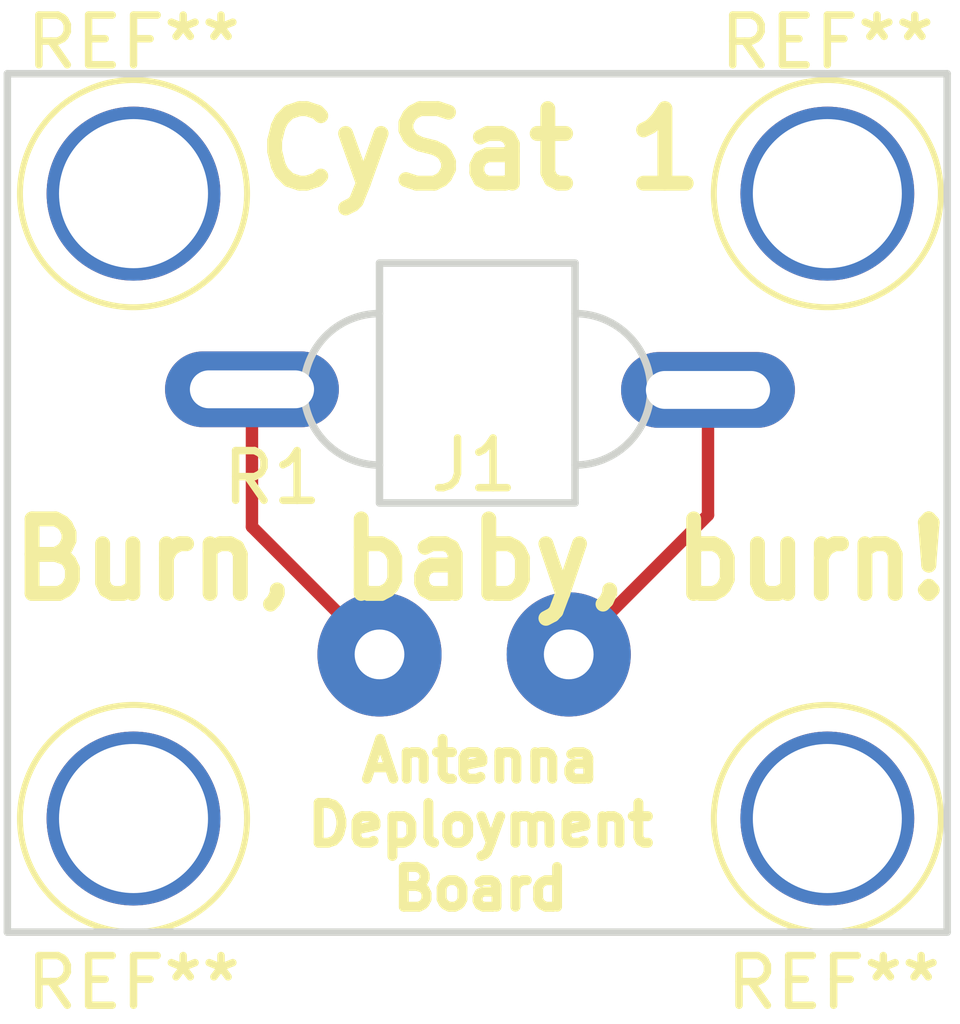
<source format=kicad_pcb>
(kicad_pcb (version 20171130) (host pcbnew 5.0.0)

  (general
    (thickness 1.6)
    (drawings 13)
    (tracks 4)
    (zones 0)
    (modules 6)
    (nets 3)
  )

  (page A4)
  (layers
    (0 F.Cu signal)
    (31 B.Cu signal)
    (32 B.Adhes user)
    (33 F.Adhes user)
    (34 B.Paste user)
    (35 F.Paste user)
    (36 B.SilkS user)
    (37 F.SilkS user)
    (38 B.Mask user)
    (39 F.Mask user)
    (40 Dwgs.User user)
    (41 Cmts.User user)
    (42 Eco1.User user)
    (43 Eco2.User user)
    (44 Edge.Cuts user)
    (45 Margin user)
    (46 B.CrtYd user)
    (47 F.CrtYd user)
    (48 B.Fab user)
    (49 F.Fab user)
  )

  (setup
    (last_trace_width 0.25)
    (trace_clearance 0.2)
    (zone_clearance 0.508)
    (zone_45_only no)
    (trace_min 0.2)
    (segment_width 0.2)
    (edge_width 0.15)
    (via_size 0.8)
    (via_drill 0.4)
    (via_min_size 0.4)
    (via_min_drill 0.3)
    (uvia_size 0.3)
    (uvia_drill 0.1)
    (uvias_allowed no)
    (uvia_min_size 0.2)
    (uvia_min_drill 0.1)
    (pcb_text_width 0.3)
    (pcb_text_size 1.5 1.5)
    (mod_edge_width 0.15)
    (mod_text_size 1 1)
    (mod_text_width 0.15)
    (pad_size 2.49936 2.49936)
    (pad_drill 1.00076)
    (pad_to_mask_clearance 0.2)
    (aux_axis_origin 0 0)
    (visible_elements FFFFFF7F)
    (pcbplotparams
      (layerselection 0x010fc_ffffffff)
      (usegerberextensions false)
      (usegerberattributes false)
      (usegerberadvancedattributes false)
      (creategerberjobfile false)
      (excludeedgelayer true)
      (linewidth 0.100000)
      (plotframeref false)
      (viasonmask false)
      (mode 1)
      (useauxorigin false)
      (hpglpennumber 1)
      (hpglpenspeed 20)
      (hpglpendiameter 15.000000)
      (psnegative false)
      (psa4output false)
      (plotreference true)
      (plotvalue true)
      (plotinvisibletext false)
      (padsonsilk false)
      (subtractmaskfromsilk false)
      (outputformat 1)
      (mirror false)
      (drillshape 0)
      (scaleselection 1)
      (outputdirectory "Gerber/"))
  )

  (net 0 "")
  (net 1 "Net-(J1-Pad1)")
  (net 2 "Net-(J1-Pad2)")

  (net_class Default "This is the default net class."
    (clearance 0.2)
    (trace_width 0.25)
    (via_dia 0.8)
    (via_drill 0.4)
    (uvia_dia 0.3)
    (uvia_drill 0.1)
    (add_net "Net-(J1-Pad1)")
    (add_net "Net-(J1-Pad2)")
  )

  (module Connectors:1pin (layer F.Cu) (tedit 5B9994E1) (tstamp 5BB69AC2)
    (at 118.237 103.886)
    (descr "module 1 pin (ou trou mecanique de percage)")
    (tags DEV)
    (fp_text reference REF** (at 0 3.302) (layer F.SilkS)
      (effects (font (size 1 1) (thickness 0.15)))
    )
    (fp_text value 1pin (at 0 3) (layer F.Fab)
      (effects (font (size 1 1) (thickness 0.15)))
    )
    (fp_circle (center 0 0) (end 0 -2.286) (layer F.SilkS) (width 0.12))
    (fp_circle (center 0 0) (end 2.6 0) (layer F.CrtYd) (width 0.05))
    (fp_circle (center 0 0) (end 2 0.8) (layer F.Fab) (width 0.1))
    (pad 1 thru_hole circle (at 0 0) (size 3.5 3.5) (drill 3) (layers *.Cu *.Mask))
  )

  (module Connectors:1pin (layer F.Cu) (tedit 5B9994E1) (tstamp 5BB69AB3)
    (at 132.207 103.886)
    (descr "module 1 pin (ou trou mecanique de percage)")
    (tags DEV)
    (fp_text reference REF** (at 0.127 3.302) (layer F.SilkS)
      (effects (font (size 1 1) (thickness 0.15)))
    )
    (fp_text value 1pin (at 0 3) (layer F.Fab)
      (effects (font (size 1 1) (thickness 0.15)))
    )
    (fp_circle (center 0 0) (end 2 0.8) (layer F.Fab) (width 0.1))
    (fp_circle (center 0 0) (end 2.6 0) (layer F.CrtYd) (width 0.05))
    (fp_circle (center 0 0) (end 0 -2.286) (layer F.SilkS) (width 0.12))
    (pad 1 thru_hole circle (at 0 0) (size 3.5 3.5) (drill 3) (layers *.Cu *.Mask))
  )

  (module Connectors:1pin (layer F.Cu) (tedit 5B9994E1) (tstamp 5BB69AA4)
    (at 118.237 91.313)
    (descr "module 1 pin (ou trou mecanique de percage)")
    (tags DEV)
    (fp_text reference REF** (at 0 -3.048) (layer F.SilkS)
      (effects (font (size 1 1) (thickness 0.15)))
    )
    (fp_text value 1pin (at 0 3) (layer F.Fab)
      (effects (font (size 1 1) (thickness 0.15)))
    )
    (fp_circle (center 0 0) (end 2 0.8) (layer F.Fab) (width 0.1))
    (fp_circle (center 0 0) (end 2.6 0) (layer F.CrtYd) (width 0.05))
    (fp_circle (center 0 0) (end 0 -2.286) (layer F.SilkS) (width 0.12))
    (pad 1 thru_hole circle (at 0 0) (size 3.5 3.5) (drill 3) (layers *.Cu *.Mask))
  )

  (module Wire_Pads:SolderWirePad_2x_1mmDrill (layer F.Cu) (tedit 5B9998EE) (tstamp 5BAD39FC)
    (at 125.095 100.584)
    (path /5B997A15)
    (fp_text reference J1 (at 0 -3.81) (layer F.SilkS)
      (effects (font (size 1 1) (thickness 0.15)))
    )
    (fp_text value Conn_01x02 (at 0.635 3.81) (layer F.Fab)
      (effects (font (size 1 1) (thickness 0.15)))
    )
    (pad 1 thru_hole circle (at -1.905 0) (size 2.49936 2.49936) (drill 1.00076) (layers *.Cu *.Mask)
      (net 1 "Net-(J1-Pad1)"))
    (pad 1 thru_hole circle (at 1.905 0) (size 2.49936 2.49936) (drill 1.00076) (layers *.Cu *.Mask)
      (net 2 "Net-(J1-Pad2)"))
  )

  (module AntennaDeploymentBracket:AntennaDeploymentBracket (layer F.Cu) (tedit 5B9998E9) (tstamp 5BAD3A02)
    (at 125.3845 95.2246)
    (path /5B9978D9)
    (fp_text reference R1 (at -4.3535 1.8034) (layer F.SilkS)
      (effects (font (size 1 1) (thickness 0.15)))
    )
    (fp_text value 10Ohm (at 0.1651 -1.778) (layer F.Fab)
      (effects (font (size 1 1) (thickness 0.15)))
    )
    (pad 1 thru_hole oval (at -4.7625 0.0254) (size 3.5 1.524) (drill oval 2.5 0.762) (layers *.Cu *.Mask)
      (net 1 "Net-(J1-Pad1)"))
    (pad 2 thru_hole oval (at 4.4196 0.0381) (size 3.5 1.524) (drill oval 2.5 0.762) (layers *.Cu *.Mask)
      (net 2 "Net-(J1-Pad2)"))
  )

  (module Connectors:1pin (layer F.Cu) (tedit 5B9994E1) (tstamp 5BB69A66)
    (at 132.207 91.313)
    (descr "module 1 pin (ou trou mecanique de percage)")
    (tags DEV)
    (fp_text reference REF** (at 0 -3.048) (layer F.SilkS)
      (effects (font (size 1 1) (thickness 0.15)))
    )
    (fp_text value 1pin (at 0 3) (layer F.Fab)
      (effects (font (size 1 1) (thickness 0.15)))
    )
    (fp_circle (center 0 0) (end 0 -2.286) (layer F.SilkS) (width 0.12))
    (fp_circle (center 0 0) (end 2.6 0) (layer F.CrtYd) (width 0.05))
    (fp_circle (center 0 0) (end 2 0.8) (layer F.Fab) (width 0.1))
    (pad 1 thru_hole circle (at 0 0) (size 3.5 3.5) (drill 3) (layers *.Cu *.Mask))
  )

  (gr_text "Antenna\nDeployment\nBoard" (at 125.222 104.013) (layer F.SilkS)
    (effects (font (size 0.8 0.8) (thickness 0.2)))
  )
  (gr_text "CySat 1\n" (at 125.222 90.424) (layer F.SilkS)
    (effects (font (size 1.5 1.5) (thickness 0.3)))
  )
  (gr_text "Burn, baby, burn!" (at 125.222 98.679) (layer F.SilkS)
    (effects (font (size 1.5 1.42) (thickness 0.3)))
  )
  (gr_line (start 134.62 88.9) (end 115.697 88.9) (layer Edge.Cuts) (width 0.15))
  (gr_line (start 134.62 106.172) (end 134.62 88.9) (layer Edge.Cuts) (width 0.15))
  (gr_line (start 115.697 106.172) (end 134.62 106.172) (layer Edge.Cuts) (width 0.15))
  (gr_line (start 115.697 88.9) (end 115.697 106.172) (layer Edge.Cuts) (width 0.15))
  (gr_arc (start 123.19 95.25) (end 123.19 93.726) (angle -180) (layer Edge.Cuts) (width 0.15))
  (gr_arc (start 127.127 95.25) (end 127.127 96.774) (angle -180) (layer Edge.Cuts) (width 0.15))
  (gr_line (start 123.19 97.536) (end 123.19 92.71) (layer Edge.Cuts) (width 0.15))
  (gr_line (start 127.127 97.536) (end 123.19 97.536) (layer Edge.Cuts) (width 0.15))
  (gr_line (start 127.127 92.71) (end 127.127 97.536) (layer Edge.Cuts) (width 0.15))
  (gr_line (start 123.19 92.71) (end 127.127 92.71) (layer Edge.Cuts) (width 0.15))

  (segment (start 120.622 98.016) (end 120.622 95.25) (width 0.25) (layer F.Cu) (net 1))
  (segment (start 123.19 100.584) (end 120.622 98.016) (width 0.25) (layer F.Cu) (net 1))
  (segment (start 129.8041 97.7799) (end 127 100.584) (width 0.25) (layer F.Cu) (net 2))
  (segment (start 129.8041 95.2627) (end 129.8041 97.7799) (width 0.25) (layer F.Cu) (net 2))

)

</source>
